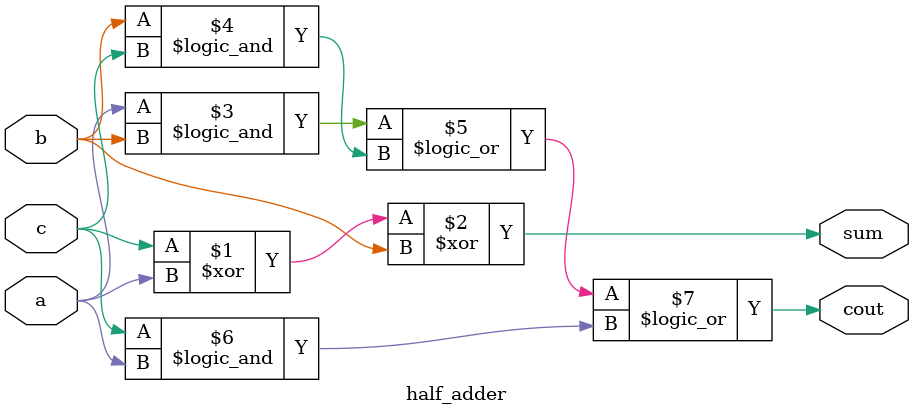
<source format=v>
`timescale 1ns / 1ps
module half_adder(a,b,c,sum,cout);
    input a,b,c;
    output cout,sum;
	 assign sum=c^a^b;
	 assign cout=a&&b||b&&c||c&&a;
endmodule

</source>
